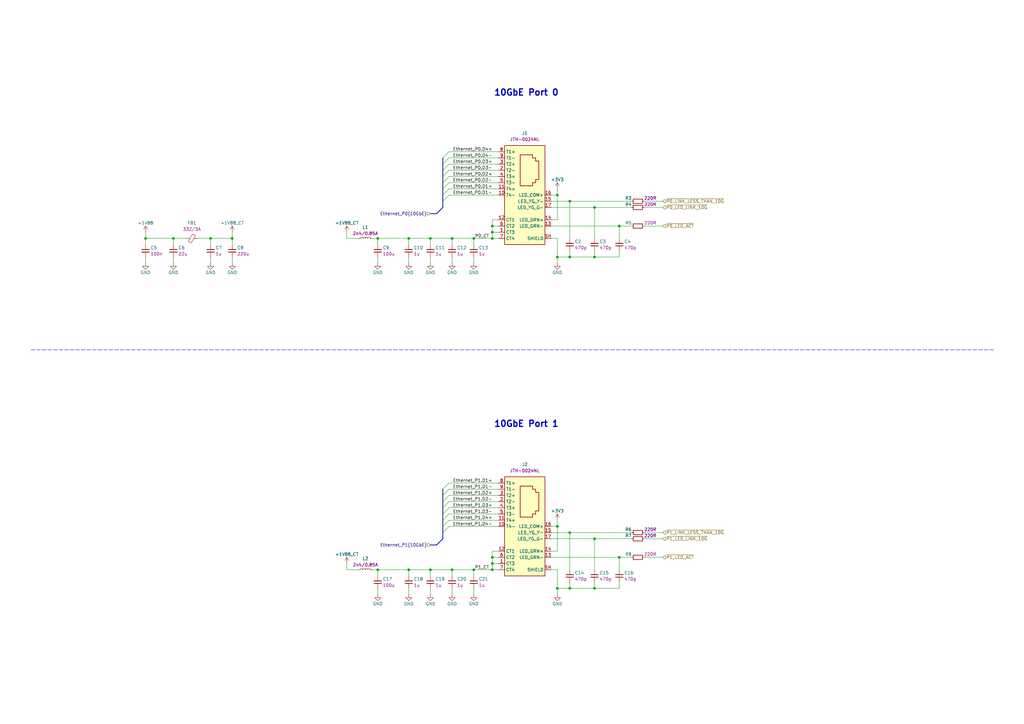
<source format=kicad_sch>
(kicad_sch (version 20250114) (generator "eeschema") (generator_version "9.0")
  (paper "A3")
  (title_block (title "10GbE Expansion") (date "2025-07-22") (rev "1.0.0") (company "Antmicro Ltd") (comment 1 "www.antmicro.com"))
  (lib_symbols
    (symbol "antmicroCapacitors0402:C_100n_16V_X7R_0402" (pin_numbers (hide yes)) (pin_names (hide yes))
      (property "Reference" "C" (at 15.24 -5.08 0))
      (property "Val" "100n" (at 15.24 -7.62 0))
      (symbol "C_100n_16V_X7R_0402_0_1"
        (polyline (pts (xy 2.032 -1.524) (xy 2.032 1.524)) (stroke (width 0.3048)))
        (polyline (pts (xy 3.048 -1.524) (xy 3.048 1.524)) (stroke (width 0.3302)))
      )
      (symbol "C_100n_16V_X7R_0402_1_1"
        (pin passive line (at 0 0 0) (length 2.032) (name "~") (number "1"))
        (pin passive line (at 5.08 0 180) (length 2.032) (name "~") (number "2"))
      )
    )
    (symbol "antmicroCapacitors0402:C_1u_25V_0402" (pin_numbers (hide yes)) (pin_names (hide yes))
      (property "Reference" "C" (at 20.32 -5.08 0))
      (property "Val" "1u" (at 20.32 -7.62 0))
      (symbol "C_1u_25V_0402_0_1"
        (polyline (pts (xy 2.032 -1.524) (xy 2.032 1.524)) (stroke (width 0.3048)))
        (polyline (pts (xy 3.048 -1.524) (xy 3.048 1.524)) (stroke (width 0.3302)))
      )
      (symbol "C_1u_25V_0402_1_1"
        (pin passive line (at 0 0 0) (length 2.032) (name "~") (number "1"))
        (pin passive line (at 5.08 0 180) (length 2.032) (name "~") (number "2"))
      )
    )
    (symbol "antmicroCapacitors0402:C_470p_0402" (pin_numbers (hide yes)) (pin_names (hide yes))
      (property "Reference" "C" (at 20.32 -5.08 0))
      (property "Val" "470p" (at 20.32 -7.62 0))
      (symbol "C_470p_0402_0_1"
        (polyline (pts (xy 2.032 -1.524) (xy 2.032 1.524)) (stroke (width 0.3048)))
        (polyline (pts (xy 3.048 -1.524) (xy 3.048 1.524)) (stroke (width 0.3302)))
      )
      (symbol "C_470p_0402_1_1"
        (pin passive line (at 0 0 0) (length 2.032) (name "~") (number "1"))
        (pin passive line (at 5.08 0 180) (length 2.032) (name "~") (number "2"))
      )
    )
    (symbol "antmicroCapacitors0603:C_22u_16V_0603" (pin_numbers (hide yes)) (pin_names (hide yes))
      (property "Reference" "C" (at 20.32 -5.08 0))
      (property "Val" "22u" (at 20.32 -7.62 0))
      (symbol "C_22u_16V_0603_0_1"
        (polyline (pts (xy 2.032 -1.524) (xy 2.032 1.524)) (stroke (width 0.3048)))
        (polyline (pts (xy 3.048 -1.524) (xy 3.048 1.524)) (stroke (width 0.3302)))
      )
      (symbol "C_22u_16V_0603_1_1"
        (pin passive line (at 0 0 0) (length 2.032) (name "~") (number "1"))
        (pin passive line (at 5.08 0 180) (length 2.032) (name "~") (number "2"))
      )
    )
    (symbol "antmicroCapacitorsmisc:C_100u_0805" (pin_numbers (hide yes)) (pin_names (hide yes))
      (property "Reference" "C" (at 20.32 -5.08 0))
      (property "Val" "100u" (at 20.32 -7.62 0))
      (symbol "C_100u_0805_0_1"
        (polyline (pts (xy 2.032 -1.524) (xy 2.032 1.524)) (stroke (width 0.3048)))
        (polyline (pts (xy 3.048 -1.524) (xy 3.048 1.524)) (stroke (width 0.3302)))
      )
      (symbol "C_100u_0805_1_1"
        (pin passive line (at 0 0 0) (length 2.032) (name "~") (number "1"))
        (pin passive line (at 5.08 0 180) (length 2.032) (name "~") (number "2"))
      )
    )
    (symbol "antmicroCapacitorsmisc:C_220u_1206_6V3" (pin_numbers (hide yes)) (pin_names (hide yes))
      (property "Reference" "C" (at 20.32 -5.08 0))
      (property "Val" "220u" (at 20.32 -7.62 0))
      (symbol "C_220u_1206_6V3_0_1"
        (polyline (pts (xy 2.032 -1.524) (xy 2.032 1.524)) (stroke (width 0.3048)))
        (polyline (pts (xy 3.048 -1.524) (xy 3.048 1.524)) (stroke (width 0.3302)))
      )
      (symbol "C_220u_1206_6V3_1_1"
        (pin passive line (at 0 0 0) (length 2.032) (name "~") (number "1"))
        (pin passive line (at 5.08 0 180) (length 2.032) (name "~") (number "2"))
      )
    )
    (symbol "antmicroFerriteBeadsandChips:FB_33Z_3A_Murata-BLM18PG_0603" (pin_numbers (hide yes)) (pin_names (hide yes))
      (property "Reference" "FB" (at 13.97 0 0))
      (property "Val" "33Z/3A" (at 13.97 -5.08 0))
      (symbol "FB_33Z_3A_Murata-BLM18PG_0603_0_1"
        (polyline (pts (xy 1.651 0) (xy 1.2446 0)))
        (polyline (pts (xy 2.2606 -1.8288) (xy 1.0414 -1.1176) (xy 2.7432 1.8288) (xy 3.9624 1.1176) (xy 2.2606 -1.8288)))
        (polyline (pts (xy 3.81 0) (xy 3.3274 0)))
      )
      (symbol "FB_33Z_3A_Murata-BLM18PG_0603_1_1"
        (pin passive line (at 0 0 0) (length 1.27) (name "~") (number "1"))
        (pin passive line (at 5.08 0 180) (length 1.27) (name "~") (number "2"))
      )
    )
    (symbol "antmicroFixedInductors:L_2n4_0.85A_0402" (pin_numbers (hide yes)) (pin_names (hide yes))
      (property "Reference" "L" (at 13.97 0 0))
      (property "Val" "2n4/0.85A" (at 13.97 -5.08 0))
      (symbol "L_2n4_0.85A_0402_0_1"
        (arc (start 0.508 0) (mid 1.016 0.5058) (end 1.524 0))
        (arc (start 1.524 0) (mid 2.032 0.5058) (end 2.54 0))
        (arc (start 2.54 0) (mid 3.048 0.5058) (end 3.556 0))
        (arc (start 3.556 0) (mid 4.064 0.5058) (end 4.572 0))
      )
      (symbol "L_2n4_0.85A_0402_1_1"
        (pin passive line (at 0 0 0) (length 0.508) (name "~") (number "1"))
        (pin passive line (at 5.08 0 180) (length 0.508) (name "~") (number "2"))
      )
    )
    (symbol "antmicroModularConnectorsJacksWithMagnetics:Bus_RJ45_JTH-0024NL"
      (property "Reference" "J" (at 35.56 -2.54 0))
      (property "MPN" "JTH-0024NL" (at 35.56 -12.7 0))
      (symbol "Bus_RJ45_JTH-0024NL_1_1"
        (rectangle (start 2.54 2.54) (end 19.05 -38.1) (stroke (width 0.254)) (fill (type background)))
        (polyline (pts (xy 8.89 -1.27) (xy 8.89 -13.97)) (stroke (width 0.254)) (fill (type background)))
        (polyline (pts (xy 8.89 -1.27) (xy 13.97 -1.27)) (stroke (width 0.254)) (fill (type background)))
        (polyline (pts (xy 8.89 -13.97) (xy 13.97 -13.97)) (stroke (width 0.254)) (fill (type background)))
        (polyline (pts (xy 13.97 -1.27) (xy 13.97 -2.54)) (stroke (width 0.254)) (fill (type background)))
        (polyline (pts (xy 13.97 -2.54) (xy 15.24 -2.54)) (stroke (width 0.254)) (fill (type background)))
        (polyline (pts (xy 13.97 -12.7) (xy 15.24 -12.7)) (stroke (width 0.254)) (fill (type background)))
        (polyline (pts (xy 13.97 -13.97) (xy 13.97 -12.7)) (stroke (width 0.254)) (fill (type background)))
        (polyline (pts (xy 15.24 -2.54) (xy 15.24 -3.81)) (stroke (width 0.254)) (fill (type background)))
        (polyline (pts (xy 15.24 -3.81) (xy 16.51 -3.81)) (stroke (width 0.254)) (fill (type background)))
        (polyline (pts (xy 15.24 -11.43) (xy 16.51 -11.43)) (stroke (width 0.254)) (fill (type background)))
        (polyline (pts (xy 15.24 -12.7) (xy 15.24 -11.43)) (stroke (width 0.254)) (fill (type background)))
        (polyline (pts (xy 16.51 -3.81) (xy 16.51 -11.43)) (stroke (width 0.254)) (fill (type background)))
        (pin bidirectional line (at 0 0 0) (length 2.54) (name "T1+") (number "8"))
        (pin bidirectional line (at 0 -2.54 0) (length 2.54) (name "T1-") (number "9"))
        (pin bidirectional line (at 0 -5.08 0) (length 2.54) (name "T2+") (number "3"))
        (pin bidirectional line (at 0 -7.62 0) (length 2.54) (name "T2-") (number "2"))
        (pin bidirectional line (at 0 -10.16 0) (length 2.54) (name "T3+") (number "4"))
        (pin bidirectional line (at 0 -12.7 0) (length 2.54) (name "T3-") (number "5"))
        (pin bidirectional line (at 0 -15.24 0) (length 2.54) (name "T4+") (number "11"))
        (pin bidirectional line (at 0 -17.78 0) (length 2.54) (name "T4-") (number "10"))
        (pin bidirectional line (at 0 -27.94 0) (length 2.54) (name "CT1") (number "12"))
        (pin bidirectional line (at 0 -30.48 0) (length 2.54) (name "CT2") (number "6"))
        (pin bidirectional line (at 0 -33.02 0) (length 2.54) (name "CT3") (number "1"))
        (pin bidirectional line (at 0 -35.56 0) (length 2.54) (name "CT4") (number "7"))
        (pin passive line (at 21.59 -17.78 180) (length 2.54) (name "LED_COM+") (number "16"))
        (pin passive line (at 21.59 -20.32 180) (length 2.54) (name "LED_YG_Y-") (number "15"))
        (pin passive line (at 21.59 -22.86 180) (length 2.54) (name "LED_YG_G-") (number "17"))
        (pin passive line (at 21.59 -27.94 180) (length 2.54) (name "LED_GRN+") (number "14"))
        (pin passive line (at 21.59 -30.48 180) (length 2.54) (name "LED_GRN-") (number "13"))
        (pin passive line (at 21.59 -35.56 180) (length 2.54) (name "SHIELD") (number "SH"))
      )
    )
    (symbol "antmicroResistors0402:R_220R_0402" (pin_numbers (hide yes)) (pin_names (hide yes))
      (property "Reference" "R" (at 20.32 -5.08 0))
      (property "Val" "220R" (at 20.32 -7.62 0))
      (symbol "R_220R_0402_0_1"
        (rectangle (start 0.635 0.889) (end 4.445 -0.889) (stroke (width 0.254)))
      )
      (symbol "R_220R_0402_1_1"
        (pin passive line (at 0 0 0) (length 0.635) (name "~") (number "1"))
        (pin passive line (at 5.08 0 180) (length 0.635) (name "~") (number "2"))
      )
    )
    (symbol "antmicropower:+1V8" (power) (pin_numbers (hide yes)) (pin_names (hide yes))
      (property "Value" "+1V8" (at -3.175 2.54 0))
      (symbol "+1V8_1_1"
        (polyline (pts (xy -0.762 1.27) (xy 0 2.54)) (fill (type background)))
        (polyline (pts (xy 0 2.54) (xy 0.762 1.27)) (fill (type background)))
        (polyline (pts (xy 0 0) (xy 0 2.54)) (fill (type background)))
        (pin power_in line (at 0 0 90) (length 0) (hide yes) (name "+1V8") (number "1"))
      )
    )
    (symbol "antmicropower:+3V3" (power) (pin_numbers (hide yes)) (pin_names (hide yes))
      (property "Value" "+3V3" (at -3.175 2.54 0))
      (symbol "+3V3_0_1"
        (polyline (pts (xy 0 2.54) (xy -0.762 1.27)))
        (polyline (pts (xy 0 2.54) (xy 0.762 1.27)))
        (polyline (pts (xy 0 0) (xy 0 2.54)))
      )
      (symbol "+3V3_1_1"
        (pin power_in line (at 0 0 90) (length 0) (hide yes) (name "+3V3") (number "1"))
      )
    )
    (symbol "antmicropower:GND" (power) (pin_numbers (hide yes)) (pin_names (hide yes))
      (property "Value" "GND" (at 8.89 -5.08 0))
      (symbol "GND_1_1"
        (polyline (pts (xy 0 0) (xy 0 -1.27) (xy 1.27 -1.27) (xy 0 -2.54) (xy -1.27 -1.27) (xy 0 -1.27)))
        (pin power_in line (at 0 0 270) (length 0) (name "GND") (number "1"))
      )
    )
  )
  (text "10GbE Port 1" (at 215.9 173.99 0) (effects (font (size 2.54 2.54) (thickness 0.508) (bold yes))))
  (text "10GbE Port 0" (at 215.9 38.1 0) (effects (font (size 2.54 2.54) (thickness 0.508) (bold yes))))
  (junction (at 154.94 233.68))
  (junction (at 228.6 215.9))
  (junction (at 194.31 97.79))
  (junction (at 243.84 220.98))
  (junction (at 176.53 233.68))
  (junction (at 233.68 241.3))
  (junction (at 243.84 105.41))
  (junction (at 201.93 231.14))
  (junction (at 167.64 97.79))
  (junction (at 185.42 233.68))
  (junction (at 154.94 97.79))
  (junction (at 201.93 97.79))
  (junction (at 201.93 95.25))
  (junction (at 167.64 233.68))
  (junction (at 228.6 105.41))
  (junction (at 201.93 233.68))
  (junction (at 243.84 241.3))
  (junction (at 254 92.71))
  (junction (at 71.12 97.79))
  (junction (at 233.68 82.55))
  (junction (at 201.93 228.6))
  (junction (at 59.69 97.79))
  (junction (at 194.31 233.68))
  (junction (at 228.6 241.3))
  (junction (at 243.84 85.09))
  (junction (at 86.36 97.79))
  (junction (at 228.6 80.01))
  (junction (at 201.93 92.71))
  (junction (at 254 228.6))
  (junction (at 95.25 97.79))
  (junction (at 233.68 105.41))
  (junction (at 176.53 97.79))
  (junction (at 233.68 218.44))
  (junction (at 185.42 97.79))
  (bus_entry (at 181.61 67.31) (size 2.54 -2.54))
  (bus_entry (at 181.61 80.01) (size 2.54 -2.54))
  (bus_entry (at 181.61 64.77) (size 2.54 -2.54))
  (bus_entry (at 181.61 77.47) (size 2.54 -2.54))
  (bus_entry (at 181.61 205.74) (size 2.54 -2.54))
  (bus_entry (at 181.61 69.85) (size 2.54 -2.54))
  (bus_entry (at 181.61 72.39) (size 2.54 -2.54))
  (bus_entry (at 181.61 215.9) (size 2.54 -2.54))
  (bus_entry (at 181.61 203.2) (size 2.54 -2.54))
  (bus_entry (at 181.61 218.44) (size 2.54 -2.54))
  (bus_entry (at 181.61 82.55) (size 2.54 -2.54))
  (bus_entry (at 181.61 74.93) (size 2.54 -2.54))
  (bus_entry (at 181.61 208.28) (size 2.54 -2.54))
  (bus_entry (at 181.61 200.66) (size 2.54 -2.54))
  (bus_entry (at 181.61 210.82) (size 2.54 -2.54))
  (bus_entry (at 181.61 213.36) (size 2.54 -2.54))
  (wire (pts (xy 243.84 105.41) (xy 233.68 105.41)))
  (bus (pts (xy 181.61 218.44) (xy 181.61 220.98)))
  (wire (pts (xy 254 228.6) (xy 259.08 228.6)))
  (wire (pts (xy 154.94 97.79) (xy 167.64 97.79)))
  (wire (pts (xy 228.6 105.41) (xy 233.68 105.41)))
  (bus (pts (xy 181.61 72.39) (xy 181.61 74.93)))
  (wire (pts (xy 226.06 218.44) (xy 233.68 218.44)))
  (wire (pts (xy 185.42 97.79) (xy 185.42 100.33)))
  (wire (pts (xy 204.47 64.77) (xy 184.15 64.77)))
  (wire (pts (xy 142.24 233.68) (xy 147.32 233.68)))
  (wire (pts (xy 95.25 105.41) (xy 95.25 107.95)))
  (wire (pts (xy 167.64 233.68) (xy 176.53 233.68)))
  (wire (pts (xy 194.31 233.68) (xy 194.31 236.22)))
  (bus (pts (xy 179.07 87.63) (xy 181.61 85.09)))
  (bus (pts (xy 179.07 223.52) (xy 181.61 220.98)))
  (bus (pts (xy 181.61 67.31) (xy 181.61 69.85)))
  (wire (pts (xy 204.47 213.36) (xy 184.15 213.36)))
  (bus (pts (xy 181.61 74.93) (xy 181.61 77.47)))
  (wire (pts (xy 204.47 77.47) (xy 184.15 77.47)))
  (wire (pts (xy 264.16 82.55) (xy 271.78 82.55)))
  (bus (pts (xy 181.61 64.77) (xy 181.61 67.31)))
  (bus (pts (xy 181.61 200.66) (xy 181.61 203.2)))
  (wire (pts (xy 142.24 95.25) (xy 142.24 97.79)))
  (wire (pts (xy 167.64 105.41) (xy 167.64 107.95)))
  (wire (pts (xy 243.84 220.98) (xy 259.08 220.98)))
  (wire (pts (xy 142.24 97.79) (xy 147.32 97.79)))
  (wire (pts (xy 226.06 226.06) (xy 228.6 226.06)))
  (wire (pts (xy 95.25 100.33) (xy 95.25 97.79)))
  (wire (pts (xy 233.68 238.76) (xy 233.68 241.3)))
  (wire (pts (xy 264.16 85.09) (xy 271.78 85.09)))
  (wire (pts (xy 154.94 97.79) (xy 154.94 100.33)))
  (wire (pts (xy 154.94 233.68) (xy 154.94 236.22)))
  (wire (pts (xy 167.64 236.22) (xy 167.64 233.68)))
  (wire (pts (xy 226.06 215.9) (xy 228.6 215.9)))
  (wire (pts (xy 228.6 215.9) (xy 228.6 213.36)))
  (wire (pts (xy 233.68 218.44) (xy 233.68 233.68)))
  (wire (pts (xy 226.06 92.71) (xy 254 92.71)))
  (wire (pts (xy 95.25 95.25) (xy 95.25 97.79)))
  (wire (pts (xy 243.84 102.87) (xy 243.84 105.41)))
  (wire (pts (xy 59.69 97.79) (xy 71.12 97.79)))
  (wire (pts (xy 81.28 97.79) (xy 86.36 97.79)))
  (wire (pts (xy 71.12 97.79) (xy 71.12 100.33)))
  (wire (pts (xy 59.69 97.79) (xy 59.69 100.33)))
  (wire (pts (xy 204.47 208.28) (xy 184.15 208.28)))
  (wire (pts (xy 201.93 233.68) (xy 204.47 233.68)))
  (wire (pts (xy 264.16 228.6) (xy 271.78 228.6)))
  (wire (pts (xy 86.36 97.79) (xy 95.25 97.79)))
  (wire (pts (xy 226.06 233.68) (xy 228.6 233.68)))
  (wire (pts (xy 185.42 233.68) (xy 194.31 233.68)))
  (wire (pts (xy 233.68 82.55) (xy 259.08 82.55)))
  (wire (pts (xy 226.06 97.79) (xy 228.6 97.79)))
  (wire (pts (xy 201.93 231.14) (xy 201.93 228.6)))
  (wire (pts (xy 243.84 241.3) (xy 233.68 241.3)))
  (wire (pts (xy 86.36 97.79) (xy 86.36 100.33)))
  (wire (pts (xy 243.84 238.76) (xy 243.84 241.3)))
  (wire (pts (xy 254 241.3) (xy 243.84 241.3)))
  (wire (pts (xy 204.47 90.17) (xy 201.93 90.17)))
  (bus (pts (xy 181.61 80.01) (xy 181.61 82.55)))
  (wire (pts (xy 204.47 198.12) (xy 184.15 198.12)))
  (wire (pts (xy 201.93 228.6) (xy 204.47 228.6)))
  (wire (pts (xy 204.47 203.2) (xy 184.15 203.2)))
  (wire (pts (xy 204.47 205.74) (xy 184.15 205.74)))
  (wire (pts (xy 154.94 233.68) (xy 167.64 233.68)))
  (bus (pts (xy 181.61 69.85) (xy 181.61 72.39)))
  (wire (pts (xy 233.68 102.87) (xy 233.68 105.41)))
  (wire (pts (xy 204.47 215.9) (xy 184.15 215.9)))
  (wire (pts (xy 254 92.71) (xy 259.08 92.71)))
  (wire (pts (xy 152.4 233.68) (xy 154.94 233.68)))
  (wire (pts (xy 204.47 67.31) (xy 184.15 67.31)))
  (wire (pts (xy 185.42 233.68) (xy 185.42 236.22)))
  (wire (pts (xy 185.42 105.41) (xy 185.42 107.95)))
  (wire (pts (xy 176.53 241.3) (xy 176.53 243.84)))
  (wire (pts (xy 201.93 228.6) (xy 201.93 226.06)))
  (wire (pts (xy 185.42 241.3) (xy 185.42 243.84)))
  (wire (pts (xy 243.84 220.98) (xy 243.84 233.68)))
  (wire (pts (xy 264.16 92.71) (xy 271.78 92.71)))
  (wire (pts (xy 264.16 220.98) (xy 271.78 220.98)))
  (wire (pts (xy 204.47 200.66) (xy 184.15 200.66)))
  (wire (pts (xy 71.12 105.41) (xy 71.12 107.95)))
  (wire (pts (xy 254 228.6) (xy 254 233.68)))
  (wire (pts (xy 176.53 105.41) (xy 176.53 107.95)))
  (wire (pts (xy 228.6 241.3) (xy 228.6 243.84)))
  (wire (pts (xy 226.06 82.55) (xy 233.68 82.55)))
  (wire (pts (xy 228.6 241.3) (xy 233.68 241.3)))
  (wire (pts (xy 204.47 69.85) (xy 184.15 69.85)))
  (bus (pts (xy 181.61 77.47) (xy 181.61 80.01)))
  (bus (pts (xy 181.61 213.36) (xy 181.61 215.9)))
  (bus (pts (xy 179.07 87.63) (xy 176.53 87.63)))
  (wire (pts (xy 204.47 80.01) (xy 184.15 80.01)))
  (wire (pts (xy 201.93 231.14) (xy 204.47 231.14)))
  (wire (pts (xy 228.6 215.9) (xy 228.6 226.06)))
  (wire (pts (xy 59.69 105.41) (xy 59.69 107.95)))
  (wire (pts (xy 201.93 97.79) (xy 201.93 95.25)))
  (wire (pts (xy 176.53 97.79) (xy 176.53 100.33)))
  (bus (pts (xy 181.61 205.74) (xy 181.61 208.28)))
  (wire (pts (xy 254 92.71) (xy 254 97.79)))
  (wire (pts (xy 226.06 85.09) (xy 243.84 85.09)))
  (bus (pts (xy 181.61 215.9) (xy 181.61 218.44)))
  (polyline (pts (xy 12.7 143.51) (xy 407.67 143.51)) (stroke (width 0) (type dash)))
  (wire (pts (xy 228.6 233.68) (xy 228.6 241.3)))
  (wire (pts (xy 194.31 105.41) (xy 194.31 107.95)))
  (wire (pts (xy 185.42 97.79) (xy 194.31 97.79)))
  (wire (pts (xy 76.2 97.79) (xy 71.12 97.79)))
  (wire (pts (xy 254 105.41) (xy 243.84 105.41)))
  (wire (pts (xy 228.6 80.01) (xy 228.6 77.47)))
  (wire (pts (xy 254 102.87) (xy 254 105.41)))
  (wire (pts (xy 167.64 97.79) (xy 176.53 97.79)))
  (bus (pts (xy 181.61 208.28) (xy 181.61 210.82)))
  (wire (pts (xy 194.31 233.68) (xy 201.93 233.68)))
  (wire (pts (xy 201.93 95.25) (xy 204.47 95.25)))
  (wire (pts (xy 176.53 97.79) (xy 185.42 97.79)))
  (wire (pts (xy 167.64 100.33) (xy 167.64 97.79)))
  (wire (pts (xy 226.06 80.01) (xy 228.6 80.01)))
  (wire (pts (xy 176.53 233.68) (xy 185.42 233.68)))
  (wire (pts (xy 204.47 226.06) (xy 201.93 226.06)))
  (wire (pts (xy 176.53 233.68) (xy 176.53 236.22)))
  (wire (pts (xy 204.47 62.23) (xy 184.15 62.23)))
  (wire (pts (xy 86.36 105.41) (xy 86.36 107.95)))
  (wire (pts (xy 226.06 228.6) (xy 254 228.6)))
  (wire (pts (xy 59.69 95.25) (xy 59.69 97.79)))
  (wire (pts (xy 226.06 220.98) (xy 243.84 220.98)))
  (wire (pts (xy 201.93 233.68) (xy 201.93 231.14)))
  (wire (pts (xy 228.6 80.01) (xy 228.6 90.17)))
  (wire (pts (xy 194.31 97.79) (xy 194.31 100.33)))
  (wire (pts (xy 243.84 85.09) (xy 259.08 85.09)))
  (wire (pts (xy 201.93 92.71) (xy 204.47 92.71)))
  (wire (pts (xy 142.24 231.14) (xy 142.24 233.68)))
  (wire (pts (xy 204.47 74.93) (xy 184.15 74.93)))
  (wire (pts (xy 201.93 97.79) (xy 204.47 97.79)))
  (wire (pts (xy 264.16 218.44) (xy 271.78 218.44)))
  (bus (pts (xy 181.61 203.2) (xy 181.61 205.74)))
  (wire (pts (xy 194.31 97.79) (xy 201.93 97.79)))
  (wire (pts (xy 201.93 92.71) (xy 201.93 90.17)))
  (bus (pts (xy 181.61 210.82) (xy 181.61 213.36)))
  (wire (pts (xy 243.84 85.09) (xy 243.84 97.79)))
  (wire (pts (xy 204.47 210.82) (xy 184.15 210.82)))
  (wire (pts (xy 152.4 97.79) (xy 154.94 97.79)))
  (wire (pts (xy 154.94 241.3) (xy 154.94 243.84)))
  (wire (pts (xy 228.6 97.79) (xy 228.6 105.41)))
  (wire (pts (xy 204.47 72.39) (xy 184.15 72.39)))
  (bus (pts (xy 179.07 223.52) (xy 176.53 223.52)))
  (wire (pts (xy 233.68 82.55) (xy 233.68 97.79)))
  (wire (pts (xy 201.93 92.71) (xy 201.93 95.25)))
  (wire (pts (xy 254 238.76) (xy 254 241.3)))
  (wire (pts (xy 228.6 105.41) (xy 228.6 107.95)))
  (wire (pts (xy 233.68 218.44) (xy 259.08 218.44)))
  (wire (pts (xy 154.94 105.41) (xy 154.94 107.95)))
  (bus (pts (xy 181.61 82.55) (xy 181.61 85.09)))
  (wire (pts (xy 167.64 241.3) (xy 167.64 243.84)))
  (wire (pts (xy 194.31 241.3) (xy 194.31 243.84)))
  (wire (pts (xy 226.06 90.17) (xy 228.6 90.17)))
  (label "Ethernet_P0.D3+" (at 201.93 67.31 180))
  (label "P1_CT" (at 200.66 233.68 180))
  (label "Ethernet_P0.D2-" (at 201.93 74.93 180))
  (label "Ethernet_P0.D1+" (at 201.93 77.47 180))
  (label "Ethernet_P1.D4-" (at 201.93 215.9 180))
  (label "P0_CT" (at 200.66 97.79 180))
  (label "Ethernet_P1.D3-" (at 201.93 210.82 180))
  (label "Ethernet_P1.D2+" (at 201.93 203.2 180))
  (label "Ethernet_P1.D2-" (at 201.93 205.74 180))
  (label "Ethernet_P1.D1+" (at 201.93 198.12 180))
  (label "Ethernet_P0.D3-" (at 201.93 69.85 180))
  (label "Ethernet_P0.D4-" (at 201.93 64.77 180))
  (label "Ethernet_P1.D1-" (at 201.93 200.66 180))
  (label "Ethernet_P0.D4+" (at 201.93 62.23 180))
  (label "Ethernet_P0.D2+" (at 201.93 72.39 180))
  (label "Ethernet_P0.D1-" (at 201.93 80.01 180))
  (label "Ethernet_P1.D3+" (at 201.93 208.28 180))
  (label "Ethernet_P1.D4+" (at 201.93 213.36 180))
  (hierarchical_label "Ethernet_P1{10GbE}" (shape input) (at 176.53 223.52 180))
  (hierarchical_label "~{P0_LED_LINK_10G}" (shape input) (at 271.78 85.09 0))
  (hierarchical_label "~{P1_LED_ACT}" (shape input) (at 271.78 228.6 0))
  (hierarchical_label "~{P0_LED_ACT}" (shape input) (at 271.78 92.71 0))
  (hierarchical_label "~{P1_LED_LINK_10G}" (shape input) (at 271.78 220.98 0))
  (hierarchical_label "Ethernet_P0{10GbE}" (shape input) (at 176.53 87.63 180))
  (hierarchical_label "~{P1_LINK_LESS_THAN_10G}" (shape input) (at 271.78 218.44 0))
  (hierarchical_label "~{P0_LINK_LESS_THAN_10G}" (shape input) (at 271.78 82.55 0))
  (symbol (lib_id "antmicropower:GND") (at 176.53 243.84 0) (unit 1)
    (property "Reference" "#PWR028" (effects (hide yes)))
    (property "Value" "GND" (at 176.53 247.65 0))
    (property "Author" "Antmicro" (effects (hide yes)))
    (property "License" "Apache-2.0" (effects (hide yes)))
  )
  (symbol (lib_id "antmicroResistors0402:R_220R_0402") (at 259.08 85.09 0) (unit 1)
    (property "Reference" "R4" (at 259.08 83.82 0) (effects (justify right)))
    (property "Value" "R_220R_0402" (effects (hide yes)))
    (property "Footprint" "antmicro-footprints:R_0402_1005Metric" (effects (hide yes)))
    (property "Datasheet" "https://www.bourns.com/docs/product-datasheets/cr.pdf" (effects (hide yes)))
    (property "Description" "SMD Chip Resistor, 220 ohm, ± 1%, 62.5 mW, 0402 [1005 Metric], Thick Film, General Purpose" (effects (hide yes)))
    (property "MPN" "CR0402-FX-2200GLF" (effects (hide yes)))
    (property "Manufacturer" "Bourns" (effects (hide yes)))
    (property "License" "Apache-2.0" (effects (hide yes)))
    (property "Author" "Antmicro" (effects (hide yes)))
    (property "Val" "220R" (at 264.16 83.82 0) (effects (justify left)))
    (property "Tolerance" "1%" (effects (hide yes)))
  )
  (symbol (lib_id "antmicropower:GND") (at 228.6 107.95 0) (unit 1)
    (property "Reference" "#PWR023" (effects (hide yes)))
    (property "Value" "GND" (at 228.6 111.76 0))
    (property "Author" "Antmicro" (effects (hide yes)))
    (property "License" "Apache-2.0" (effects (hide yes)))
  )
  (symbol (lib_id "antmicroCapacitors0402:C_1u_25V_0402") (at 185.42 105.41 90) (unit 1)
    (property "Reference" "C12" (at 187.452 101.6 90) (effects (justify right)))
    (property "Value" "C_1u_25V_0402" (effects (hide yes)))
    (property "Footprint" "antmicro-footprints:C_0402_1005Metric" (effects (hide yes)))
    (property "Datasheet" "https://www.murata.com/products/productdetail?partno=GRM155R61E105KE11%23" (effects (hide yes)))
    (property "Description" "SMD Multilayer Ceramic Capacitor, 1 µF, 25 V, 0402 [1005 Metric], ± 10%, X5R, GRM Series" (effects (hide yes)))
    (property "MPN" "GRM155R61E105KE11J" (effects (hide yes)))
    (property "Manufacturer" "Murata" (effects (hide yes)))
    (property "License" "Apache-2.0" (effects (hide yes)))
    (property "Author" "Antmicro" (effects (hide yes)))
    (property "Val" "1u" (at 187.452 104.14 90) (effects (justify right)))
    (property "Voltage" "25V" (effects (hide yes)))
    (property "Dielectric" "X5R" (effects (hide yes)))
  )
  (symbol (lib_id "antmicroCapacitors0402:C_470p_0402") (at 233.68 102.87 90) (unit 1)
    (property "Reference" "C2" (at 235.712 99.06 90) (effects (justify right)))
    (property "Value" "C_470p_0402" (effects (hide yes)))
    (property "Footprint" "antmicro-footprints:C_0402_1005Metric" (effects (hide yes)))
    (property "Datasheet" "https://www.passivecomponent.com/wp-content/uploads/datasheet/WTC_MLCC_General_Purpose.pdf" (effects (hide yes)))
    (property "Description" "SMD Multilayer Ceramic Capacitor, General Purpose, 470 pF, 25 V, 0402 [1005 Metric], ± 10%, X7R" (effects (hide yes)))
    (property "MPN" "0402B471K250CT" (effects (hide yes)))
    (property "Manufacturer" "Walsin" (effects (hide yes)))
    (property "License" "Apache-2.0" (effects (hide yes)))
    (property "Author" "Antmicro" (effects (hide yes)))
    (property "Val" "470p" (at 235.712 101.6 90) (effects (justify right)))
  )
  (symbol (lib_id "antmicroCapacitorsmisc:C_100u_0805") (at 154.94 241.3 90) (unit 1)
    (property "Reference" "C17" (at 156.972 237.49 90) (effects (justify right)))
    (property "Value" "C_100u_0805" (effects (hide yes)))
    (property "Footprint" "antmicro-footprints:C_0805_2012Metric" (effects (hide yes)))
    (property "Datasheet" "https://www.murata.com/products/productdetail?partno=GRM21BR60J107ME15%23" (effects (hide yes)))
    (property "Description" "SMD Multilayer Ceramic Capacitor, 100 µF, 6.3 V, 0805 [2012 Metric], ± 20%, X5R, GRM Series" (effects (hide yes)))
    (property "MPN" "GRM21BR60J107ME15L" (effects (hide yes)))
    (property "Manufacturer" "Murata" (effects (hide yes)))
    (property "License" "Apache-2.0" (effects (hide yes)))
    (property "Author" "Antmicro" (effects (hide yes)))
    (property "Val" "100u" (at 156.972 240.03 90) (effects (justify right)))
    (property "Public" "False" (effects (hide yes)))
  )
  (symbol (lib_id "antmicroResistors0402:R_220R_0402") (at 259.08 220.98 0) (unit 1)
    (property "Reference" "R7" (at 259.08 219.71 0) (effects (justify right)))
    (property "Value" "R_220R_0402" (effects (hide yes)))
    (property "Footprint" "antmicro-footprints:R_0402_1005Metric" (effects (hide yes)))
    (property "Datasheet" "https://www.bourns.com/docs/product-datasheets/cr.pdf" (effects (hide yes)))
    (property "Description" "SMD Chip Resistor, 220 ohm, ± 1%, 62.5 mW, 0402 [1005 Metric], Thick Film, General Purpose" (effects (hide yes)))
    (property "MPN" "CR0402-FX-2200GLF" (effects (hide yes)))
    (property "Manufacturer" "Bourns" (effects (hide yes)))
    (property "License" "Apache-2.0" (effects (hide yes)))
    (property "Author" "Antmicro" (effects (hide yes)))
    (property "Val" "220R" (at 264.16 219.71 0) (effects (justify left)))
    (property "Tolerance" "1%" (effects (hide yes)))
  )
  (symbol (lib_id "antmicroCapacitors0402:C_470p_0402") (at 243.84 238.76 90) (unit 1)
    (property "Reference" "C15" (at 245.872 234.95 90) (effects (justify right)))
    (property "Value" "C_470p_0402" (effects (hide yes)))
    (property "Footprint" "antmicro-footprints:C_0402_1005Metric" (effects (hide yes)))
    (property "Datasheet" "https://www.passivecomponent.com/wp-content/uploads/datasheet/WTC_MLCC_General_Purpose.pdf" (effects (hide yes)))
    (property "Description" "SMD Multilayer Ceramic Capacitor, General Purpose, 470 pF, 25 V, 0402 [1005 Metric], ± 10%, X7R" (effects (hide yes)))
    (property "MPN" "0402B471K250CT" (effects (hide yes)))
    (property "Manufacturer" "Walsin" (effects (hide yes)))
    (property "License" "Apache-2.0" (effects (hide yes)))
    (property "Author" "Antmicro" (effects (hide yes)))
    (property "Val" "470p" (at 245.872 237.49 90) (effects (justify right)))
  )
  (symbol (lib_id "antmicropower:GND") (at 167.64 107.95 0) (unit 1)
    (property "Reference" "#PWR019" (effects (hide yes)))
    (property "Value" "GND" (at 167.64 111.76 0))
    (property "Author" "Antmicro" (effects (hide yes)))
    (property "License" "Apache-2.0" (effects (hide yes)))
  )
  (symbol (lib_id "antmicroModularConnectorsJacksWithMagnetics:Bus_RJ45_JTH-0024NL") (at 204.47 198.12 0) (unit 1)
    (property "Reference" "J2" (at 215.265 190.5 0))
    (property "Value" "Bus_RJ45_JTH-0024NL" (effects (hide yes)))
    (property "Footprint" "antmicro-footprints:RJ45_JTH-0024NL" (effects (hide yes)))
    (property "Datasheet" "https://www.mouser.com/datasheet/2/447/JTH_0024NL-3072047.pdf" (effects (hide yes)))
    (property "Description" "Modular Connectors / Ethernet Connectors 1X1 TAB DOWN W/LED'S ETHERNET (NON PoE)" (effects (hide yes)))
    (property "MPN" "JTH-0024NL" (at 215.265 193.04 0))
    (property "Manufacturer" "Pulse Electronics" (effects (hide yes)))
    (property "Author" "Antmicro" (effects (hide yes)))
    (property "License" "Apache-2.0" (effects (hide yes)))
  )
  (symbol (lib_id "antmicroFixedInductors:L_2n4_0.85A_0402") (at 147.32 233.68 0) (unit 1)
    (property "Reference" "L2" (at 149.86 229.108 0))
    (property "Value" "L_2n4_0.85A_0402" (effects (hide yes)))
    (property "Footprint" "antmicro-footprints:L_0402_1005Metric" (effects (hide yes)))
    (property "Datasheet" "https://www.murata.com/products/productdetail?partno=LQW15AN2N4B00%23" (effects (hide yes)))
    (property "Description" "Wirewound Inductor, 2.4 nH, 0.05 ohm, 15 GHz, 850 mA, 0402 [1005 Metric], LQW15AN" (effects (hide yes)))
    (property "Val" "2n4/0.85A" (at 149.86 231.648 0))
    (property "Manufacturer" "Murata" (effects (hide yes)))
    (property "MPN" "LQW15AN2N4B00D" (effects (hide yes)))
    (property "ISat" "0.85 A" (effects (hide yes)))
    (property "IMax" "0.85 A" (effects (hide yes)))
    (property "Size" "1.0x0.5" (effects (hide yes)))
    (property "Author" "Antmicro" (effects (hide yes)))
    (property "License" "Apache-2.0" (effects (hide yes)))
  )
  (symbol (lib_id "antmicropower:GND") (at 86.36 107.95 0) (unit 1)
    (property "Reference" "#PWR016" (effects (hide yes)))
    (property "Value" "GND" (at 86.36 111.76 0))
    (property "Author" "Antmicro" (effects (hide yes)))
    (property "License" "Apache-2.0" (effects (hide yes)))
  )
  (symbol (lib_id "antmicroCapacitors0402:C_470p_0402") (at 243.84 102.87 90) (unit 1)
    (property "Reference" "C3" (at 245.872 99.06 90) (effects (justify right)))
    (property "Value" "C_470p_0402" (effects (hide yes)))
    (property "Footprint" "antmicro-footprints:C_0402_1005Metric" (effects (hide yes)))
    (property "Datasheet" "https://www.passivecomponent.com/wp-content/uploads/datasheet/WTC_MLCC_General_Purpose.pdf" (effects (hide yes)))
    (property "Description" "SMD Multilayer Ceramic Capacitor, General Purpose, 470 pF, 25 V, 0402 [1005 Metric], ± 10%, X7R" (effects (hide yes)))
    (property "MPN" "0402B471K250CT" (effects (hide yes)))
    (property "Manufacturer" "Walsin" (effects (hide yes)))
    (property "License" "Apache-2.0" (effects (hide yes)))
    (property "Author" "Antmicro" (effects (hide yes)))
    (property "Val" "470p" (at 245.872 101.6 90) (effects (justify right)))
  )
  (symbol (lib_id "antmicropower:+1V8") (at 59.69 95.25 0) (unit 1)
    (property "Reference" "#PWR011" (effects (hide yes)))
    (property "Value" "+1V88" (at 59.69 91.44 0))
    (property "Author" "Antmicro" (effects (hide yes)))
    (property "License" "Apache-2.0" (effects (hide yes)))
  )
  (symbol (lib_id "antmicropower:GND") (at 194.31 243.84 0) (unit 1)
    (property "Reference" "#PWR030" (effects (hide yes)))
    (property "Value" "GND" (at 194.31 247.65 0))
    (property "Author" "Antmicro" (effects (hide yes)))
    (property "License" "Apache-2.0" (effects (hide yes)))
  )
  (symbol (lib_id "antmicroCapacitors0402:C_1u_25V_0402") (at 185.42 241.3 90) (unit 1)
    (property "Reference" "C20" (at 187.452 237.49 90) (effects (justify right)))
    (property "Value" "C_1u_25V_0402" (effects (hide yes)))
    (property "Footprint" "antmicro-footprints:C_0402_1005Metric" (effects (hide yes)))
    (property "Datasheet" "https://www.murata.com/products/productdetail?partno=GRM155R61E105KE11%23" (effects (hide yes)))
    (property "Description" "SMD Multilayer Ceramic Capacitor, 1 µF, 25 V, 0402 [1005 Metric], ± 10%, X5R, GRM Series" (effects (hide yes)))
    (property "MPN" "GRM155R61E105KE11J" (effects (hide yes)))
    (property "Manufacturer" "Murata" (effects (hide yes)))
    (property "License" "Apache-2.0" (effects (hide yes)))
    (property "Author" "Antmicro" (effects (hide yes)))
    (property "Val" "1u" (at 187.452 240.03 90) (effects (justify right)))
    (property "Voltage" "25V" (effects (hide yes)))
    (property "Dielectric" "X5R" (effects (hide yes)))
  )
  (symbol (lib_id "antmicroCapacitorsmisc:C_100u_0805") (at 154.94 105.41 90) (unit 1)
    (property "Reference" "C9" (at 156.972 101.6 90) (effects (justify right)))
    (property "Value" "C_100u_0805" (effects (hide yes)))
    (property "Footprint" "antmicro-footprints:C_0805_2012Metric" (effects (hide yes)))
    (property "Datasheet" "https://www.murata.com/products/productdetail?partno=GRM21BR60J107ME15%23" (effects (hide yes)))
    (property "Description" "SMD Multilayer Ceramic Capacitor, 100 µF, 6.3 V, 0805 [2012 Metric], ± 20%, X5R, GRM Series" (effects (hide yes)))
    (property "MPN" "GRM21BR60J107ME15L" (effects (hide yes)))
    (property "Manufacturer" "Murata" (effects (hide yes)))
    (property "License" "Apache-2.0" (effects (hide yes)))
    (property "Author" "Antmicro" (effects (hide yes)))
    (property "Val" "100u" (at 156.972 104.14 90) (effects (justify right)))
    (property "Public" "False" (effects (hide yes)))
  )
  (symbol (lib_id "antmicroCapacitorsmisc:C_220u_1206_6V3") (at 95.25 105.41 90) (unit 1)
    (property "Reference" "C8" (at 97.282 101.6 90) (effects (justify right)))
    (property "Value" "C_220u_1206_6V3" (effects (hide yes)))
    (property "Footprint" "antmicro-footprints:C_1206_3216Metric" (effects (hide yes)))
    (property "Datasheet" "https://www.murata.com/products/productdetail?partno=GRM31CR60J227ME11%23" (effects (hide yes)))
    (property "Description" "SMD Multilayer Ceramic Capacitor, 220 µF, 6.3 V, 1206 [3216 Metric], ± 20%, X5R, GRM Series" (effects (hide yes)))
    (property "MPN" "GRM31CR60J227ME11L" (effects (hide yes)))
    (property "Manufacturer" "Murata" (effects (hide yes)))
    (property "License" "Apache-2.0" (effects (hide yes)))
    (property "Author" "Antmicro" (effects (hide yes)))
    (property "Val" "220u" (at 97.282 104.14 90) (effects (justify right)))
    (property "Public" "False" (effects (hide yes)))
  )
  (symbol (lib_id "antmicroResistors0402:R_220R_0402") (at 259.08 82.55 0) (unit 1)
    (property "Reference" "R3" (at 259.08 81.28 0) (effects (justify right)))
    (property "Value" "R_220R_0402" (effects (hide yes)))
    (property "Footprint" "antmicro-footprints:R_0402_1005Metric" (effects (hide yes)))
    (property "Datasheet" "https://www.bourns.com/docs/product-datasheets/cr.pdf" (effects (hide yes)))
    (property "Description" "SMD Chip Resistor, 220 ohm, ± 1%, 62.5 mW, 0402 [1005 Metric], Thick Film, General Purpose" (effects (hide yes)))
    (property "MPN" "CR0402-FX-2200GLF" (effects (hide yes)))
    (property "Manufacturer" "Bourns" (effects (hide yes)))
    (property "License" "Apache-2.0" (effects (hide yes)))
    (property "Author" "Antmicro" (effects (hide yes)))
    (property "Val" "220R" (at 264.16 81.28 0) (effects (justify left)))
    (property "Tolerance" "1%" (effects (hide yes)))
  )
  (symbol (lib_id "antmicropower:+1V8") (at 142.24 95.25 0) (unit 1)
    (property "Reference" "#PWR013" (effects (hide yes)))
    (property "Value" "+1V88_CT" (at 142.24 91.44 0))
    (property "Author" "Antmicro" (effects (hide yes)))
    (property "License" "Apache-2.0" (effects (hide yes)))
  )
  (symbol (lib_id "antmicropower:+3V3") (at 228.6 213.36 0) (unit 1)
    (property "Reference" "#PWR024" (effects (hide yes)))
    (property "Value" "+3V3" (at 228.6 209.55 0))
    (property "Author" "Antmicro" (effects (hide yes)))
    (property "License" "Apache-2.0" (effects (hide yes)))
  )
  (symbol (lib_id "antmicroCapacitors0402:C_1u_25V_0402") (at 86.36 105.41 90) (unit 1)
    (property "Reference" "C7" (at 88.392 101.6 90) (effects (justify right)))
    (property "Value" "C_1u_25V_0402" (effects (hide yes)))
    (property "Footprint" "antmicro-footprints:C_0402_1005Metric" (effects (hide yes)))
    (property "Datasheet" "https://www.murata.com/products/productdetail?partno=GRM155R61E105KE11%23" (effects (hide yes)))
    (property "Description" "SMD Multilayer Ceramic Capacitor, 1 µF, 25 V, 0402 [1005 Metric], ± 10%, X5R, GRM Series" (effects (hide yes)))
    (property "MPN" "GRM155R61E105KE11J" (effects (hide yes)))
    (property "Manufacturer" "Murata" (effects (hide yes)))
    (property "License" "Apache-2.0" (effects (hide yes)))
    (property "Author" "Antmicro" (effects (hide yes)))
    (property "Val" "1u" (at 88.392 104.14 90) (effects (justify right)))
    (property "Voltage" "25V" (effects (hide yes)))
    (property "Dielectric" "X5R" (effects (hide yes)))
  )
  (symbol (lib_id "antmicropower:+1V8") (at 142.24 231.14 0) (unit 1)
    (property "Reference" "#PWR025" (effects (hide yes)))
    (property "Value" "+1V88_CT" (at 142.24 227.33 0))
    (property "Author" "Antmicro" (effects (hide yes)))
    (property "License" "Apache-2.0" (effects (hide yes)))
  )
  (symbol (lib_id "antmicroModularConnectorsJacksWithMagnetics:Bus_RJ45_JTH-0024NL") (at 204.47 62.23 0) (unit 1)
    (property "Reference" "J1" (at 215.265 54.61 0))
    (property "Value" "Bus_RJ45_JTH-0024NL" (effects (hide yes)))
    (property "Footprint" "antmicro-footprints:RJ45_JTH-0024NL" (effects (hide yes)))
    (property "Datasheet" "https://www.mouser.com/datasheet/2/447/JTH_0024NL-3072047.pdf" (effects (hide yes)))
    (property "Description" "Modular Connectors / Ethernet Connectors 1X1 TAB DOWN W/LED'S ETHERNET (NON PoE)" (effects (hide yes)))
    (property "MPN" "JTH-0024NL" (at 215.265 57.15 0))
    (property "Manufacturer" "Pulse Electronics" (effects (hide yes)))
    (property "Author" "Antmicro" (effects (hide yes)))
    (property "License" "Apache-2.0" (effects (hide yes)))
  )
  (symbol (lib_id "antmicropower:GND") (at 185.42 243.84 0) (unit 1)
    (property "Reference" "#PWR029" (effects (hide yes)))
    (property "Value" "GND" (at 185.42 247.65 0))
    (property "Author" "Antmicro" (effects (hide yes)))
    (property "License" "Apache-2.0" (effects (hide yes)))
  )
  (symbol (lib_id "antmicropower:GND") (at 154.94 107.95 0) (unit 1)
    (property "Reference" "#PWR018" (effects (hide yes)))
    (property "Value" "GND" (at 154.94 111.76 0))
    (property "Author" "Antmicro" (effects (hide yes)))
    (property "License" "Apache-2.0" (effects (hide yes)))
  )
  (symbol (lib_id "antmicropower:+3V3") (at 228.6 77.47 0) (unit 1)
    (property "Reference" "#PWR010" (effects (hide yes)))
    (property "Value" "+3V3" (at 228.6 73.66 0))
    (property "Author" "Antmicro" (effects (hide yes)))
    (property "License" "Apache-2.0" (effects (hide yes)))
  )
  (symbol (lib_id "antmicroCapacitors0603:C_22u_16V_0603") (at 71.12 105.41 90) (unit 1)
    (property "Reference" "C6" (at 73.152 101.6 90) (effects (justify right)))
    (property "Value" "C_22u_16V_0603" (effects (hide yes)))
    (property "Footprint" "antmicro-footprints:C_0603_1608Metric_EIA" (effects (hide yes)))
    (property "Datasheet" "https://product.samsungsem.com/mlcc/CL10A226MO7JZN.do" (effects (hide yes)))
    (property "Description" "SMD Multilayer Ceramic Capacitor" (effects (hide yes)))
    (property "MPN" "CL10A226MO7JZNC" (effects (hide yes)))
    (property "Manufacturer" "Samsung Electro-Mechanics" (effects (hide yes)))
    (property "License" "Apache-2.0" (effects (hide yes)))
    (property "Author" "Antmicro" (effects (hide yes)))
    (property "Val" "22u" (at 73.152 104.14 90) (effects (justify right)))
    (property "Voltage" "16V" (effects (hide yes)))
  )
  (symbol (lib_id "antmicropower:GND") (at 228.6 243.84 0) (unit 1)
    (property "Reference" "#PWR031" (effects (hide yes)))
    (property "Value" "GND" (at 228.6 247.65 0))
    (property "Author" "Antmicro" (effects (hide yes)))
    (property "License" "Apache-2.0" (effects (hide yes)))
  )
  (symbol (lib_id "antmicroCapacitors0402:C_470p_0402") (at 254 102.87 90) (unit 1)
    (property "Reference" "C4" (at 256.032 99.06 90) (effects (justify right)))
    (property "Value" "C_470p_0402" (effects (hide yes)))
    (property "Footprint" "antmicro-footprints:C_0402_1005Metric" (effects (hide yes)))
    (property "Datasheet" "https://www.passivecomponent.com/wp-content/uploads/datasheet/WTC_MLCC_General_Purpose.pdf" (effects (hide yes)))
    (property "Description" "SMD Multilayer Ceramic Capacitor, General Purpose, 470 pF, 25 V, 0402 [1005 Metric], ± 10%, X7R" (effects (hide yes)))
    (property "MPN" "0402B471K250CT" (effects (hide yes)))
    (property "Manufacturer" "Walsin" (effects (hide yes)))
    (property "License" "Apache-2.0" (effects (hide yes)))
    (property "Author" "Antmicro" (effects (hide yes)))
    (property "Val" "470p" (at 256.032 101.6 90) (effects (justify right)))
  )
  (symbol (lib_id "antmicropower:GND") (at 154.94 243.84 0) (unit 1)
    (property "Reference" "#PWR026" (effects (hide yes)))
    (property "Value" "GND" (at 154.94 247.65 0))
    (property "Author" "Antmicro" (effects (hide yes)))
    (property "License" "Apache-2.0" (effects (hide yes)))
  )
  (symbol (lib_id "antmicroCapacitors0402:C_1u_25V_0402") (at 167.64 105.41 90) (unit 1)
    (property "Reference" "C10" (at 169.672 101.6 90) (effects (justify right)))
    (property "Value" "C_1u_25V_0402" (effects (hide yes)))
    (property "Footprint" "antmicro-footprints:C_0402_1005Metric" (effects (hide yes)))
    (property "Datasheet" "https://www.murata.com/products/productdetail?partno=GRM155R61E105KE11%23" (effects (hide yes)))
    (property "Description" "SMD Multilayer Ceramic Capacitor, 1 µF, 25 V, 0402 [1005 Metric], ± 10%, X5R, GRM Series" (effects (hide yes)))
    (property "MPN" "GRM155R61E105KE11J" (effects (hide yes)))
    (property "Manufacturer" "Murata" (effects (hide yes)))
    (property "License" "Apache-2.0" (effects (hide yes)))
    (property "Author" "Antmicro" (effects (hide yes)))
    (property "Val" "1u" (at 169.672 104.14 90) (effects (justify right)))
    (property "Voltage" "25V" (effects (hide yes)))
    (property "Dielectric" "X5R" (effects (hide yes)))
  )
  (symbol (lib_id "antmicropower:GND") (at 194.31 107.95 0) (unit 1)
    (property "Reference" "#PWR022" (effects (hide yes)))
    (property "Value" "GND" (at 194.31 111.76 0))
    (property "Author" "Antmicro" (effects (hide yes)))
    (property "License" "Apache-2.0" (effects (hide yes)))
  )
  (symbol (lib_id "antmicroCapacitors0402:C_470p_0402") (at 254 238.76 90) (unit 1)
    (property "Reference" "C16" (at 256.032 234.95 90) (effects (justify right)))
    (property "Value" "C_470p_0402" (effects (hide yes)))
    (property "Footprint" "antmicro-footprints:C_0402_1005Metric" (effects (hide yes)))
    (property "Datasheet" "https://www.passivecomponent.com/wp-content/uploads/datasheet/WTC_MLCC_General_Purpose.pdf" (effects (hide yes)))
    (property "Description" "SMD Multilayer Ceramic Capacitor, General Purpose, 470 pF, 25 V, 0402 [1005 Metric], ± 10%, X7R" (effects (hide yes)))
    (property "MPN" "0402B471K250CT" (effects (hide yes)))
    (property "Manufacturer" "Walsin" (effects (hide yes)))
    (property "License" "Apache-2.0" (effects (hide yes)))
    (property "Author" "Antmicro" (effects (hide yes)))
    (property "Val" "470p" (at 256.032 237.49 90) (effects (justify right)))
  )
  (symbol (lib_id "antmicroCapacitors0402:C_1u_25V_0402") (at 194.31 241.3 90) (unit 1)
    (property "Reference" "C21" (at 196.342 237.49 90) (effects (justify right)))
    (property "Value" "C_1u_25V_0402" (effects (hide yes)))
    (property "Footprint" "antmicro-footprints:C_0402_1005Metric" (effects (hide yes)))
    (property "Datasheet" "https://www.murata.com/products/productdetail?partno=GRM155R61E105KE11%23" (effects (hide yes)))
    (property "Description" "SMD Multilayer Ceramic Capacitor, 1 µF, 25 V, 0402 [1005 Metric], ± 10%, X5R, GRM Series" (effects (hide yes)))
    (property "MPN" "GRM155R61E105KE11J" (effects (hide yes)))
    (property "Manufacturer" "Murata" (effects (hide yes)))
    (property "License" "Apache-2.0" (effects (hide yes)))
    (property "Author" "Antmicro" (effects (hide yes)))
    (property "Val" "1u" (at 196.342 240.03 90) (effects (justify right)))
    (property "Voltage" "25V" (effects (hide yes)))
    (property "Dielectric" "X5R" (effects (hide yes)))
  )
  (symbol (lib_id "antmicroResistors0402:R_220R_0402") (at 259.08 218.44 0) (unit 1)
    (property "Reference" "R6" (at 259.08 217.17 0) (effects (justify right)))
    (property "Value" "R_220R_0402" (effects (hide yes)))
    (property "Footprint" "antmicro-footprints:R_0402_1005Metric" (effects (hide yes)))
    (property "Datasheet" "https://www.bourns.com/docs/product-datasheets/cr.pdf" (effects (hide yes)))
    (property "Description" "SMD Chip Resistor, 220 ohm, ± 1%, 62.5 mW, 0402 [1005 Metric], Thick Film, General Purpose" (effects (hide yes)))
    (property "MPN" "CR0402-FX-2200GLF" (effects (hide yes)))
    (property "Manufacturer" "Bourns" (effects (hide yes)))
    (property "License" "Apache-2.0" (effects (hide yes)))
    (property "Author" "Antmicro" (effects (hide yes)))
    (property "Val" "220R" (at 264.16 217.17 0) (effects (justify left)))
    (property "Tolerance" "1%" (effects (hide yes)))
  )
  (symbol (lib_id "antmicropower:GND") (at 176.53 107.95 0) (unit 1)
    (property "Reference" "#PWR020" (effects (hide yes)))
    (property "Value" "GND" (at 176.53 111.76 0))
    (property "Author" "Antmicro" (effects (hide yes)))
    (property "License" "Apache-2.0" (effects (hide yes)))
  )
  (symbol (lib_id "antmicroCapacitors0402:C_1u_25V_0402") (at 176.53 241.3 90) (unit 1)
    (property "Reference" "C19" (at 178.562 237.49 90) (effects (justify right)))
    (property "Value" "C_1u_25V_0402" (effects (hide yes)))
    (property "Footprint" "antmicro-footprints:C_0402_1005Metric" (effects (hide yes)))
    (property "Datasheet" "https://www.murata.com/products/productdetail?partno=GRM155R61E105KE11%23" (effects (hide yes)))
    (property "Description" "SMD Multilayer Ceramic Capacitor, 1 µF, 25 V, 0402 [1005 Metric], ± 10%, X5R, GRM Series" (effects (hide yes)))
    (property "MPN" "GRM155R61E105KE11J" (effects (hide yes)))
    (property "Manufacturer" "Murata" (effects (hide yes)))
    (property "License" "Apache-2.0" (effects (hide yes)))
    (property "Author" "Antmicro" (effects (hide yes)))
    (property "Val" "1u" (at 178.562 240.03 90) (effects (justify right)))
    (property "Voltage" "25V" (effects (hide yes)))
    (property "Dielectric" "X5R" (effects (hide yes)))
  )
  (symbol (lib_id "antmicroFixedInductors:L_2n4_0.85A_0402") (at 147.32 97.79 0) (unit 1)
    (property "Reference" "L1" (at 149.86 93.218 0))
    (property "Value" "L_2n4_0.85A_0402" (effects (hide yes)))
    (property "Footprint" "antmicro-footprints:L_0402_1005Metric" (effects (hide yes)))
    (property "Datasheet" "https://www.murata.com/products/productdetail?partno=LQW15AN2N4B00%23" (effects (hide yes)))
    (property "Description" "Wirewound Inductor, 2.4 nH, 0.05 ohm, 15 GHz, 850 mA, 0402 [1005 Metric], LQW15AN" (effects (hide yes)))
    (property "Val" "2n4/0.85A" (at 149.86 95.758 0))
    (property "Manufacturer" "Murata" (effects (hide yes)))
    (property "MPN" "LQW15AN2N4B00D" (effects (hide yes)))
    (property "ISat" "0.85 A" (effects (hide yes)))
    (property "IMax" "0.85 A" (effects (hide yes)))
    (property "Size" "1.0x0.5" (effects (hide yes)))
    (property "Author" "Antmicro" (effects (hide yes)))
    (property "License" "Apache-2.0" (effects (hide yes)))
  )
  (symbol (lib_id "antmicropower:GND") (at 95.25 107.95 0) (unit 1)
    (property "Reference" "#PWR017" (effects (hide yes)))
    (property "Value" "GND" (at 95.25 111.76 0))
    (property "Author" "Antmicro" (effects (hide yes)))
    (property "License" "Apache-2.0" (effects (hide yes)))
  )
  (symbol (lib_id "antmicroCapacitors0402:C_1u_25V_0402") (at 176.53 105.41 90) (unit 1)
    (property "Reference" "C11" (at 178.562 101.6 90) (effects (justify right)))
    (property "Value" "C_1u_25V_0402" (effects (hide yes)))
    (property "Footprint" "antmicro-footprints:C_0402_1005Metric" (effects (hide yes)))
    (property "Datasheet" "https://www.murata.com/products/productdetail?partno=GRM155R61E105KE11%23" (effects (hide yes)))
    (property "Description" "SMD Multilayer Ceramic Capacitor, 1 µF, 25 V, 0402 [1005 Metric], ± 10%, X5R, GRM Series" (effects (hide yes)))
    (property "MPN" "GRM155R61E105KE11J" (effects (hide yes)))
    (property "Manufacturer" "Murata" (effects (hide yes)))
    (property "License" "Apache-2.0" (effects (hide yes)))
    (property "Author" "Antmicro" (effects (hide yes)))
    (property "Val" "1u" (at 178.562 104.14 90) (effects (justify right)))
    (property "Voltage" "25V" (effects (hide yes)))
    (property "Dielectric" "X5R" (effects (hide yes)))
  )
  (symbol (lib_id "antmicropower:GND") (at 71.12 107.95 0) (unit 1)
    (property "Reference" "#PWR015" (effects (hide yes)))
    (property "Value" "GND" (at 71.12 111.76 0))
    (property "Author" "Antmicro" (effects (hide yes)))
    (property "License" "Apache-2.0" (effects (hide yes)))
  )
  (symbol (lib_id "antmicroCapacitors0402:C_1u_25V_0402") (at 194.31 105.41 90) (unit 1)
    (property "Reference" "C13" (at 196.342 101.6 90) (effects (justify right)))
    (property "Value" "C_1u_25V_0402" (effects (hide yes)))
    (property "Footprint" "antmicro-footprints:C_0402_1005Metric" (effects (hide yes)))
    (property "Datasheet" "https://www.murata.com/products/productdetail?partno=GRM155R61E105KE11%23" (effects (hide yes)))
    (property "Description" "SMD Multilayer Ceramic Capacitor, 1 µF, 25 V, 0402 [1005 Metric], ± 10%, X5R, GRM Series" (effects (hide yes)))
    (property "MPN" "GRM155R61E105KE11J" (effects (hide yes)))
    (property "Manufacturer" "Murata" (effects (hide yes)))
    (property "License" "Apache-2.0" (effects (hide yes)))
    (property "Author" "Antmicro" (effects (hide yes)))
    (property "Val" "1u" (at 196.342 104.14 90) (effects (justify right)))
    (property "Voltage" "25V" (effects (hide yes)))
    (property "Dielectric" "X5R" (effects (hide yes)))
  )
  (symbol (lib_id "antmicropower:+1V8") (at 95.25 95.25 0) (unit 1)
    (property "Reference" "#PWR012" (effects (hide yes)))
    (property "Value" "+1V88_CT" (at 95.25 91.44 0))
    (property "Author" "Antmicro" (effects (hide yes)))
    (property "License" "Apache-2.0" (effects (hide yes)))
  )
  (symbol (lib_id "antmicroCapacitors0402:C_470p_0402") (at 233.68 238.76 90) (unit 1)
    (property "Reference" "C14" (at 235.712 234.95 90) (effects (justify right)))
    (property "Value" "C_470p_0402" (effects (hide yes)))
    (property "Footprint" "antmicro-footprints:C_0402_1005Metric" (effects (hide yes)))
    (property "Datasheet" "https://www.passivecomponent.com/wp-content/uploads/datasheet/WTC_MLCC_General_Purpose.pdf" (effects (hide yes)))
    (property "Description" "SMD Multilayer Ceramic Capacitor, General Purpose, 470 pF, 25 V, 0402 [1005 Metric], ± 10%, X7R" (effects (hide yes)))
    (property "MPN" "0402B471K250CT" (effects (hide yes)))
    (property "Manufacturer" "Walsin" (effects (hide yes)))
    (property "License" "Apache-2.0" (effects (hide yes)))
    (property "Author" "Antmicro" (effects (hide yes)))
    (property "Val" "470p" (at 235.712 237.49 90) (effects (justify right)))
  )
  (symbol (lib_id "antmicroCapacitors0402:C_1u_25V_0402") (at 167.64 241.3 90) (unit 1)
    (property "Reference" "C18" (at 169.672 237.49 90) (effects (justify right)))
    (property "Value" "C_1u_25V_0402" (effects (hide yes)))
    (property "Footprint" "antmicro-footprints:C_0402_1005Metric" (effects (hide yes)))
    (property "Datasheet" "https://www.murata.com/products/productdetail?partno=GRM155R61E105KE11%23" (effects (hide yes)))
    (property "Description" "SMD Multilayer Ceramic Capacitor, 1 µF, 25 V, 0402 [1005 Metric], ± 10%, X5R, GRM Series" (effects (hide yes)))
    (property "MPN" "GRM155R61E105KE11J" (effects (hide yes)))
    (property "Manufacturer" "Murata" (effects (hide yes)))
    (property "License" "Apache-2.0" (effects (hide yes)))
    (property "Author" "Antmicro" (effects (hide yes)))
    (property "Val" "1u" (at 169.672 240.03 90) (effects (justify right)))
    (property "Voltage" "25V" (effects (hide yes)))
    (property "Dielectric" "X5R" (effects (hide yes)))
  )
  (symbol (lib_id "antmicroCapacitors0402:C_100n_16V_X7R_0402") (at 59.69 105.41 90) (unit 1)
    (property "Reference" "C5" (at 61.722 101.6 90) (effects (justify right)))
    (property "Value" "C_100n_16V_X7R_0402" (effects (hide yes)))
    (property "Footprint" "antmicro-footprints:C_0402_1005Metric" (effects (hide yes)))
    (property "Datasheet" "https://www.kemet.com/en/us/capacitors/product/C0402C104J4RAC7411.html" (effects (hide yes)))
    (property "Description" "SMD Multilayer Ceramic Capacitor, 100nF, 50V, 0402, ±5%, X7R" (effects (hide yes)))
    (property "MPN" "C0402C104J4RAC7411" (effects (hide yes)))
    (property "Val" "100n" (at 61.722 104.14 90) (effects (justify right)))
    (property "Voltage" "16V" (effects (hide yes)))
    (property "Dielectric" "X7R" (effects (hide yes)))
    (property "Manufacturer" "KEMET" (effects (hide yes)))
    (property "License" "Apache-2.0" (effects (hide yes)))
    (property "Author" "Antmicro" (effects (hide yes)))
  )
  (symbol (lib_id "antmicropower:GND") (at 185.42 107.95 0) (unit 1)
    (property "Reference" "#PWR021" (effects (hide yes)))
    (property "Value" "GND" (at 185.42 111.76 0))
    (property "Author" "Antmicro" (effects (hide yes)))
    (property "License" "Apache-2.0" (effects (hide yes)))
  )
  (symbol (lib_id "antmicropower:GND") (at 59.69 107.95 0) (unit 1)
    (property "Reference" "#PWR014" (effects (hide yes)))
    (property "Value" "GND" (at 59.69 111.76 0))
    (property "Author" "Antmicro" (effects (hide yes)))
    (property "License" "Apache-2.0" (effects (hide yes)))
  )
  (symbol (lib_id "antmicroFerriteBeadsandChips:FB_33Z_3A_Murata-BLM18PG_0603") (at 76.2 97.79 0) (unit 1)
    (property "Reference" "FB1" (at 78.7019 91.44 0))
    (property "Value" "FB_33Z_3A_Murata-BLM18PG_0603" (effects (hide yes)))
    (property "Footprint" "antmicro-footprints:FB_0603_1608Metric" (effects (hide yes)))
    (property "Datasheet" "https://www.murata.com/products/productdata/8796737273886/QNFA9101.pdf?1649080818000" (effects (hide yes)))
    (property "Description" "Ferrite Bead, 0603 [1608 Metric], 33 ohm, 3 A, BLM18PG, 0.025 ohm, ± 25%, DC power line" (effects (hide yes)))
    (property "Val" "33Z/3A" (at 78.7019 93.98 0))
    (property "MPN" "BLM18PG330SH1D" (effects (hide yes)))
    (property "Manufacturer" "Murata" (effects (hide yes)))
    (property "Author" "Antmicro" (effects (hide yes)))
    (property "License" "Apache-2.0" (effects (hide yes)))
  )
  (symbol (lib_id "antmicroResistors0402:R_220R_0402") (at 259.08 228.6 0) (unit 1)
    (property "Reference" "R8" (at 259.08 227.33 0) (effects (justify right)))
    (property "Value" "R_220R_0402" (effects (hide yes)))
    (property "Footprint" "antmicro-footprints:R_0402_1005Metric" (effects (hide yes)))
    (property "Datasheet" "https://www.bourns.com/docs/product-datasheets/cr.pdf" (effects (hide yes)))
    (property "Description" "SMD Chip Resistor, 220 ohm, ± 1%, 62.5 mW, 0402 [1005 Metric], Thick Film, General Purpose" (effects (hide yes)))
    (property "MPN" "CR0402-FX-2200GLF" (effects (hide yes)))
    (property "Manufacturer" "Bourns" (effects (hide yes)))
    (property "License" "Apache-2.0" (effects (hide yes)))
    (property "Author" "Antmicro" (effects (hide yes)))
    (property "Val" "220R" (at 264.16 227.33 0) (effects (justify left)))
    (property "Tolerance" "1%" (effects (hide yes)))
  )
  (symbol (lib_id "antmicropower:GND") (at 167.64 243.84 0) (unit 1)
    (property "Reference" "#PWR027" (effects (hide yes)))
    (property "Value" "GND" (at 167.64 247.65 0))
    (property "Author" "Antmicro" (effects (hide yes)))
    (property "License" "Apache-2.0" (effects (hide yes)))
  )
  (symbol (lib_id "antmicroResistors0402:R_220R_0402") (at 259.08 92.71 0) (unit 1)
    (property "Reference" "R5" (at 259.08 91.44 0) (effects (justify right)))
    (property "Value" "R_220R_0402" (effects (hide yes)))
    (property "Footprint" "antmicro-footprints:R_0402_1005Metric" (effects (hide yes)))
    (property "Datasheet" "https://www.bourns.com/docs/product-datasheets/cr.pdf" (effects (hide yes)))
    (property "Description" "SMD Chip Resistor, 220 ohm, ± 1%, 62.5 mW, 0402 [1005 Metric], Thick Film, General Purpose" (effects (hide yes)))
    (property "MPN" "CR0402-FX-2200GLF" (effects (hide yes)))
    (property "Manufacturer" "Bourns" (effects (hide yes)))
    (property "License" "Apache-2.0" (effects (hide yes)))
    (property "Author" "Antmicro" (effects (hide yes)))
    (property "Val" "220R" (at 264.16 91.44 0) (effects (justify left)))
    (property "Tolerance" "1%" (effects (hide yes)))
  )
)
</source>
